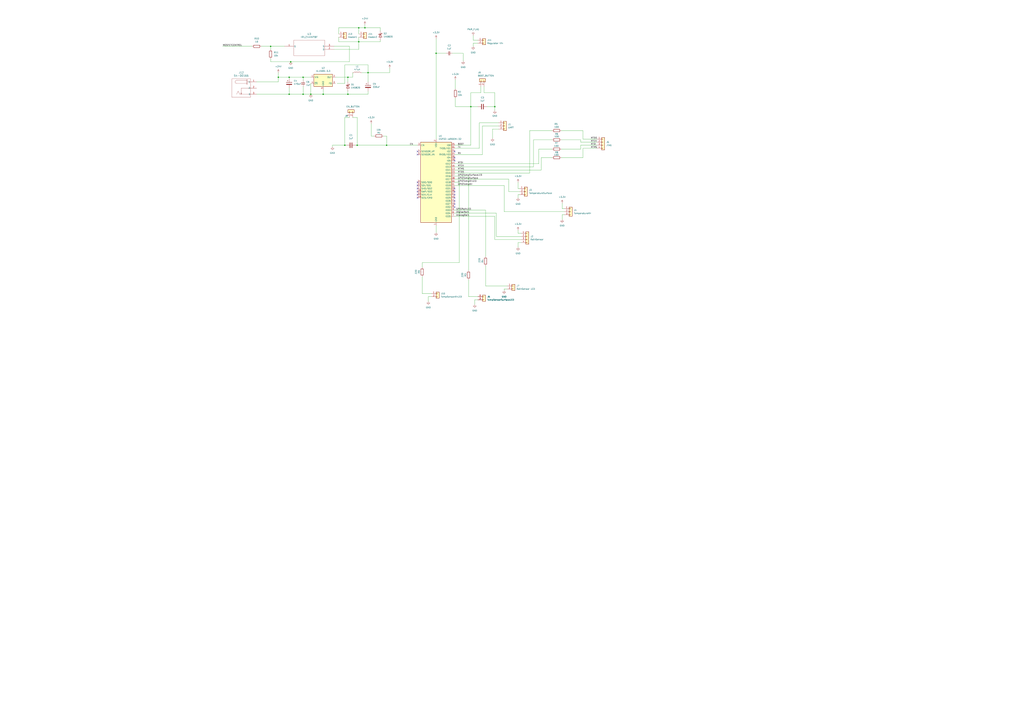
<source format=kicad_sch>
(kicad_sch (version 20231120) (generator "eeschema") (generator_version "8.0")
  (paper "A1")
  (lib_symbols
    (symbol "2025-02-28_21-13-51:54-00166" (pin_names (offset 0.254))
      (property "Reference" "J" (at -12.7 7.62 0))
      (property "Value" "54-00166" (at 0 0 0))
      (symbol "54-00166_1_1"
        (arc (start -16.51 1.27) (mid -17.7744 0) (end -16.51 -1.27) (stroke (width 0.127)))
        (polyline (pts (xy -20.32 -12.7) (xy -5.08 -12.7)) (stroke (width 0.127)))
        (polyline (pts (xy -20.32 2.54) (xy -20.32 -12.7)) (stroke (width 0.127)))
        (polyline (pts (xy -15.24 -7.62) (xy -16.51 -10.16)) (stroke (width 0.127)))
        (polyline (pts (xy -13.97 -10.16) (xy -15.24 -7.62)) (stroke (width 0.127)))
        (polyline (pts (xy -12.7 -10.16) (xy -13.335 -8.89)) (stroke (width 0.127)))
        (polyline (pts (xy -12.7 -10.16) (xy -12.065 -8.89)) (stroke (width 0.127)))
        (polyline (pts (xy -12.7 -5.08) (xy -12.7 -10.16)) (stroke (width 0.127)))
        (polyline (pts (xy -8.255 -1.905) (xy -7.62 -1.905)) (stroke (width 0.127)))
        (polyline (pts (xy -8.255 -1.27) (xy -16.51 -1.27)) (stroke (width 0.127)))
        (polyline (pts (xy -8.255 1.27) (xy -16.51 1.27)) (stroke (width 0.127)))
        (polyline (pts (xy -8.255 1.905) (xy -8.255 -1.905)) (stroke (width 0.127)))
        (polyline (pts (xy -8.255 1.905) (xy -7.62 1.905)) (stroke (width 0.127)))
        (polyline (pts (xy -7.62 -1.905) (xy -7.62 1.905)) (stroke (width 0.127)))
        (polyline (pts (xy -5.08 -12.7) (xy -5.08 2.54)) (stroke (width 0.127)))
        (polyline (pts (xy -5.08 -10.16) (xy -13.97 -10.16)) (stroke (width 0.127)))
        (polyline (pts (xy -5.08 -5.08) (xy -12.7 -5.08)) (stroke (width 0.127)))
        (polyline (pts (xy -5.08 0) (xy -7.62 0)) (stroke (width 0.127)))
        (polyline (pts (xy -5.08 2.54) (xy -20.32 2.54)) (stroke (width 0.127)))
        (pin unspecified line (at 0 0 180) (length 5.08) (name "1") (number "1"))
        (pin unspecified line (at 0 -5.08 180) (length 5.08) (name "2") (number "2"))
        (pin unspecified line (at 0 -10.16 180) (length 5.08) (name "3") (number "3"))
      )
      (symbol "54-00166_1_2"
        (polyline (pts (xy -12.7 -7.62) (xy -5.08 -7.62)) (stroke (width 0.127)))
        (polyline (pts (xy -12.7 2.54) (xy -12.7 -7.62)) (stroke (width 0.127)))
        (polyline (pts (xy -10.16 -5.08) (xy -8.89 -5.9267)) (stroke (width 0.127)))
        (polyline (pts (xy -10.16 -5.08) (xy -8.89 -4.2333)) (stroke (width 0.127)))
        (polyline (pts (xy -10.16 -5.08) (xy -5.08 -5.08)) (stroke (width 0.127)))
        (polyline (pts (xy -10.16 -2.54) (xy -8.89 -3.3867)) (stroke (width 0.127)))
        (polyline (pts (xy -10.16 -2.54) (xy -8.89 -1.6933)) (stroke (width 0.127)))
        (polyline (pts (xy -10.16 -2.54) (xy -5.08 -2.54)) (stroke (width 0.127)))
        (polyline (pts (xy -10.16 0) (xy -8.89 -0.8467)) (stroke (width 0.127)))
        (polyline (pts (xy -10.16 0) (xy -8.89 0.8467)) (stroke (width 0.127)))
        (polyline (pts (xy -10.16 0) (xy -5.08 0)) (stroke (width 0.127)))
        (polyline (pts (xy -5.08 -7.62) (xy -5.08 2.54)) (stroke (width 0.127)))
        (polyline (pts (xy -5.08 2.54) (xy -12.7 2.54)) (stroke (width 0.127)))
        (pin unspecified line (at 0 0 180) (length 5.08) (name "1") (number "1"))
        (pin unspecified line (at 0 -2.54 180) (length 5.08) (name "2") (number "2"))
        (pin unspecified line (at 0 -5.08 180) (length 5.08) (name "3") (number "3"))
      )
    )
    (symbol "2025-03-01_18-42-33:IRLZ44NPBF" (pin_names (offset 0.254))
      (property "Reference" "U" (at 20.32 10.16 0))
      (property "Value" "IRLZ44NPBF" (at 20.32 7.62 0))
      (symbol "IRLZ44NPBF_0_1"
        (polyline (pts (xy 7.62 -7.62) (xy 33.02 -7.62)) (stroke (width 0.127)))
        (polyline (pts (xy 7.62 5.08) (xy 7.62 -7.62)) (stroke (width 0.127)))
        (polyline (pts (xy 33.02 -7.62) (xy 33.02 5.08)) (stroke (width 0.127)))
        (polyline (pts (xy 33.02 5.08) (xy 7.62 5.08)) (stroke (width 0.127)))
        (pin unspecified line (at 0 0 0) (length 7.62) (name "G") (number "1"))
        (pin unspecified line (at 40.64 -2.54 180) (length 7.62) (name "D") (number "2"))
        (pin unspecified line (at 40.64 0 180) (length 7.62) (name "S") (number "3"))
      )
    )
    (symbol "Connector_Generic:Conn_01x02" (pin_names (offset 1.016) hide)
      (property "Reference" "J" (at 0 2.54 0))
      (property "Value" "Conn_01x02" (at 0 -5.08 0))
      (symbol "Conn_01x02_1_1"
        (rectangle (start -1.27 -2.413) (end 0 -2.667) (stroke (width 0.1524)))
        (rectangle (start -1.27 0.127) (end 0 -0.127) (stroke (width 0.1524)))
        (rectangle (start -1.27 1.27) (end 1.27 -3.81) (stroke (width 0.254)) (fill (type background)))
        (pin passive line (at -5.08 0 0) (length 3.81) (name "Pin_1") (number "1"))
        (pin passive line (at -5.08 -2.54 0) (length 3.81) (name "Pin_2") (number "2"))
      )
    )
    (symbol "Connector_Generic:Conn_01x03" (pin_names (offset 1.016) hide)
      (property "Reference" "J" (at 0 5.08 0))
      (property "Value" "Conn_01x03" (at 0 -5.08 0))
      (symbol "Conn_01x03_1_1"
        (rectangle (start -1.27 -2.413) (end 0 -2.667) (stroke (width 0.1524)))
        (rectangle (start -1.27 0.127) (end 0 -0.127) (stroke (width 0.1524)))
        (rectangle (start -1.27 2.667) (end 0 2.413) (stroke (width 0.1524)))
        (rectangle (start -1.27 3.81) (end 1.27 -3.81) (stroke (width 0.254)) (fill (type background)))
        (pin passive line (at -5.08 2.54 0) (length 3.81) (name "Pin_1") (number "1"))
        (pin passive line (at -5.08 0 0) (length 3.81) (name "Pin_2") (number "2"))
        (pin passive line (at -5.08 -2.54 0) (length 3.81) (name "Pin_3") (number "3"))
      )
    )
    (symbol "Connector_Generic:Conn_01x04" (pin_names (offset 1.016) hide)
      (property "Reference" "J" (at 0 5.08 0))
      (property "Value" "Conn_01x04" (at 0 -7.62 0))
      (symbol "Conn_01x04_1_1"
        (rectangle (start -1.27 -4.953) (end 0 -5.207) (stroke (width 0.1524)))
        (rectangle (start -1.27 -2.413) (end 0 -2.667) (stroke (width 0.1524)))
        (rectangle (start -1.27 0.127) (end 0 -0.127) (stroke (width 0.1524)))
        (rectangle (start -1.27 2.667) (end 0 2.413) (stroke (width 0.1524)))
        (rectangle (start -1.27 3.81) (end 1.27 -6.35) (stroke (width 0.254)) (fill (type background)))
        (pin passive line (at -5.08 2.54 0) (length 3.81) (name "Pin_1") (number "1"))
        (pin passive line (at -5.08 0 0) (length 3.81) (name "Pin_2") (number "2"))
        (pin passive line (at -5.08 -2.54 0) (length 3.81) (name "Pin_3") (number "3"))
        (pin passive line (at -5.08 -5.08 0) (length 3.81) (name "Pin_4") (number "4"))
      )
    )
    (symbol "Device:C" (pin_numbers hide) (pin_names (offset 0.254))
      (property "Reference" "C" (at 0.635 2.54 0))
      (property "Value" "C" (at 0.635 -2.54 0))
      (symbol "C_0_1"
        (polyline (pts (xy -2.032 -0.762) (xy 2.032 -0.762)) (stroke (width 0.508)))
        (polyline (pts (xy -2.032 0.762) (xy 2.032 0.762)) (stroke (width 0.508)))
      )
      (symbol "C_1_1"
        (pin passive line (at 0 3.81 270) (length 2.794) (name "~") (number "1"))
        (pin passive line (at 0 -3.81 90) (length 2.794) (name "~") (number "2"))
      )
    )
    (symbol "Device:C_Polarized" (pin_numbers hide) (pin_names (offset 0.254))
      (property "Reference" "C" (at 0.635 2.54 0))
      (property "Value" "C_Polarized" (at 0.635 -2.54 0))
      (symbol "C_Polarized_0_1"
        (rectangle (start -2.286 0.508) (end 2.286 1.016))
        (polyline (pts (xy -1.778 2.286) (xy -0.762 2.286)))
        (polyline (pts (xy -1.27 2.794) (xy -1.27 1.778)))
        (rectangle (start 2.286 -0.508) (end -2.286 -1.016) (fill (type outline)))
      )
      (symbol "C_Polarized_1_1"
        (pin passive line (at 0 3.81 270) (length 2.794) (name "~") (number "1"))
        (pin passive line (at 0 -3.81 90) (length 2.794) (name "~") (number "2"))
      )
    )
    (symbol "Device:C_Small" (pin_numbers hide) (pin_names (offset 0.254) hide)
      (property "Reference" "C" (at 0.254 1.778 0))
      (property "Value" "C_Small" (at 0.254 -2.032 0))
      (symbol "C_Small_0_1"
        (polyline (pts (xy -1.524 -0.508) (xy 1.524 -0.508)) (stroke (width 0.3302)))
        (polyline (pts (xy -1.524 0.508) (xy 1.524 0.508)) (stroke (width 0.3048)))
      )
      (symbol "C_Small_1_1"
        (pin passive line (at 0 2.54 270) (length 2.032) (name "~") (number "1"))
        (pin passive line (at 0 -2.54 90) (length 2.032) (name "~") (number "2"))
      )
    )
    (symbol "Device:L" (pin_numbers hide) (pin_names (offset 1.016) hide)
      (property "Reference" "L" (at -1.27 0 90))
      (property "Value" "L" (at 1.905 0 90))
      (symbol "L_0_1"
        (arc (start 0 -2.54) (mid 0.6323 -1.905) (end 0 -1.27))
        (arc (start 0 -1.27) (mid 0.6323 -0.635) (end 0 0))
        (arc (start 0 0) (mid 0.6323 0.635) (end 0 1.27))
        (arc (start 0 1.27) (mid 0.6323 1.905) (end 0 2.54))
      )
      (symbol "L_1_1"
        (pin passive line (at 0 3.81 270) (length 1.27) (name "1") (number "1"))
        (pin passive line (at 0 -3.81 90) (length 1.27) (name "2") (number "2"))
      )
    )
    (symbol "Device:R" (pin_numbers hide) (pin_names (offset 0))
      (property "Reference" "R" (at 2.032 0 90))
      (property "Value" "R" (at 0 0 90))
      (symbol "R_0_1"
        (rectangle (start -1.016 -2.54) (end 1.016 2.54) (stroke (width 0.254)))
      )
      (symbol "R_1_1"
        (pin passive line (at 0 3.81 270) (length 1.27) (name "~") (number "1"))
        (pin passive line (at 0 -3.81 90) (length 1.27) (name "~") (number "2"))
      )
    )
    (symbol "Diode:1N5820" (pin_numbers hide) (pin_names (offset 1.016) hide)
      (property "Reference" "D" (at 0 2.54 0))
      (property "Value" "1N5820" (at 0 -2.54 0))
      (symbol "1N5820_0_1"
        (polyline (pts (xy 1.27 0) (xy -1.27 0)))
        (polyline (pts (xy 1.27 1.27) (xy 1.27 -1.27) (xy -1.27 0) (xy 1.27 1.27)) (stroke (width 0.254)))
        (polyline (pts (xy -1.905 0.635) (xy -1.905 1.27) (xy -1.27 1.27) (xy -1.27 -1.27) (xy -0.635 -1.27) (xy -0.635 -0.635)) (stroke (width 0.254)))
      )
      (symbol "1N5820_1_1"
        (pin passive line (at -3.81 0 0) (length 2.54) (name "K") (number "1"))
        (pin passive line (at 3.81 0 180) (length 2.54) (name "A") (number "2"))
      )
    )
    (symbol "ESP32-WROOM-32_1"
      (property "Reference" "U" (at -12.7 34.29 0))
      (property "Value" "ESP32-WROOM-32" (at 1.27 34.29 0))
      (symbol "ESP32-WROOM-32_1_0_1"
        (rectangle (start -12.7 33.02) (end 12.7 -33.02) (stroke (width 0.254)) (fill (type background)))
      )
      (symbol "ESP32-WROOM-32_1_1_1"
        (pin power_in line (at 0 -35.56 90) (length 2.54) (name "GND") (number "1"))
        (pin bidirectional line (at 15.24 -12.7 180) (length 2.54) (name "IO25") (number "10"))
        (pin bidirectional line (at 15.24 -15.24 180) (length 2.54) (name "IO26") (number "11"))
        (pin bidirectional line (at 15.24 -17.78 180) (length 2.54) (name "IO27") (number "12"))
        (pin bidirectional line (at 15.24 10.16 180) (length 2.54) (name "IO14") (number "13"))
        (pin bidirectional line (at 15.24 15.24 180) (length 2.54) (name "IO12") (number "14"))
        (pin passive line (at 0 -35.56 90) (length 2.54) hide (name "GND") (number "15"))
        (pin bidirectional line (at 15.24 12.7 180) (length 2.54) (name "IO13") (number "16"))
        (pin bidirectional line (at -15.24 -5.08 0) (length 2.54) (name "SHD/SD2") (number "17"))
        (pin bidirectional line (at -15.24 -7.62 0) (length 2.54) (name "SWP/SD3") (number "18"))
        (pin bidirectional line (at -15.24 -12.7 0) (length 2.54) (name "SCS/CMD") (number "19"))
        (pin power_in line (at 0 35.56 270) (length 2.54) (name "VDD") (number "2"))
        (pin bidirectional line (at -15.24 -10.16 0) (length 2.54) (name "SCK/CLK") (number "20"))
        (pin bidirectional line (at -15.24 0 0) (length 2.54) (name "SDO/SD0") (number "21"))
        (pin bidirectional line (at -15.24 -2.54 0) (length 2.54) (name "SDI/SD1") (number "22"))
        (pin bidirectional line (at 15.24 7.62 180) (length 2.54) (name "IO15") (number "23"))
        (pin bidirectional line (at 15.24 25.4 180) (length 2.54) (name "IO2") (number "24"))
        (pin bidirectional line (at 15.24 30.48 180) (length 2.54) (name "IO0") (number "25"))
        (pin bidirectional line (at 15.24 20.32 180) (length 2.54) (name "IO4") (number "26"))
        (pin bidirectional line (at 15.24 5.08 180) (length 2.54) (name "IO16") (number "27"))
        (pin bidirectional line (at 15.24 2.54 180) (length 2.54) (name "IO17") (number "28"))
        (pin bidirectional line (at 15.24 17.78 180) (length 2.54) (name "IO5") (number "29"))
        (pin input line (at -15.24 30.48 0) (length 2.54) (name "EN") (number "3"))
        (pin bidirectional line (at 15.24 0 180) (length 2.54) (name "IO18") (number "30"))
        (pin bidirectional line (at 15.24 -2.54 180) (length 2.54) (name "IO19") (number "31"))
        (pin no_connect line (at -12.7 -27.94 0) (length 2.54) hide (name "NC") (number "32"))
        (pin bidirectional line (at 15.24 -5.08 180) (length 2.54) (name "IO21") (number "33"))
        (pin bidirectional line (at 15.24 22.86 180) (length 2.54) (name "RXD0/IO3") (number "34"))
        (pin bidirectional line (at 15.24 27.94 180) (length 2.54) (name "TXD0/IO1") (number "35"))
        (pin bidirectional line (at 15.24 -7.62 180) (length 2.54) (name "IO22") (number "36"))
        (pin bidirectional line (at 15.24 -10.16 180) (length 2.54) (name "IO23") (number "37"))
        (pin passive line (at 0 -35.56 90) (length 2.54) hide (name "GND") (number "38"))
        (pin passive line (at 0 -35.56 90) (length 2.54) hide (name "GND") (number "39"))
        (pin input line (at -15.24 25.4 0) (length 2.54) (name "SENSOR_VP") (number "4"))
        (pin input line (at -15.24 22.86 0) (length 2.54) (name "SENSOR_VN") (number "5"))
        (pin input line (at 15.24 -25.4 180) (length 2.54) (name "IO34") (number "6"))
        (pin input line (at 15.24 -27.94 180) (length 2.54) (name "IO35") (number "7"))
        (pin bidirectional line (at 15.24 -20.32 180) (length 2.54) (name "IO32") (number "8"))
        (pin bidirectional line (at 15.24 -22.86 180) (length 2.54) (name "IO33") (number "9"))
      )
    )
    (symbol "Regulator_Switching:XL1509-3.3"
      (property "Reference" "U" (at -7.112 6.096 0))
      (property "Value" "XL1509-3.3" (at 5.842 6.096 0))
      (symbol "XL1509-3.3_0_1"
        (rectangle (start -7.62 5.08) (end 7.62 -5.08) (stroke (width 0.254)) (fill (type background)))
      )
      (symbol "XL1509-3.3_1_1"
        (pin power_in line (at -10.16 2.54 0) (length 2.54) (name "VIN") (number "1"))
        (pin power_out line (at 10.16 2.54 180) (length 2.54) (name "OUT") (number "2"))
        (pin input line (at 10.16 -2.54 180) (length 2.54) (name "FB") (number "3"))
        (pin input line (at -10.16 -2.54 0) (length 2.54) (name "~{EN}") (number "4"))
        (pin power_in line (at 0 -7.62 90) (length 2.54) (name "GND") (number "5"))
        (pin passive line (at 0 -7.62 90) (length 2.54) hide (name "GND") (number "6"))
        (pin passive line (at 0 -7.62 90) (length 2.54) hide (name "GND") (number "7"))
        (pin passive line (at 0 -7.62 90) (length 2.54) hide (name "GND") (number "8"))
      )
    )
    (symbol "power:+3.3V" (power) (pin_names (offset 0))
      (property "Value" "+3.3V" (at 0 3.556 0))
      (symbol "+3.3V_0_1"
        (polyline (pts (xy -0.762 1.27) (xy 0 2.54)))
        (polyline (pts (xy 0 0) (xy 0 2.54)))
        (polyline (pts (xy 0 2.54) (xy 0.762 1.27)))
      )
      (symbol "+3.3V_1_1"
        (pin power_in line (at 0 0 90) (length 0) hide (name "+3.3V") (number "1"))
      )
    )
    (symbol "power:GND" (power) (pin_names (offset 0))
      (property "Value" "GND" (at 0 -3.81 0))
      (symbol "GND_0_1"
        (polyline (pts (xy 0 0) (xy 0 -1.27) (xy 1.27 -1.27) (xy 0 -2.54) (xy -1.27 -1.27) (xy 0 -1.27)))
      )
      (symbol "GND_1_1"
        (pin power_in line (at 0 0 270) (length 0) hide (name "GND") (number "1"))
      )
    )
    (symbol "power:PWR_FLAG" (power) (pin_numbers hide) (pin_names (offset 0) hide)
      (property "Value" "PWR_FLAG" (at 0 3.81 0))
      (symbol "PWR_FLAG_0_0"
        (pin power_out line (at 0 0 90) (length 0) (name "pwr") (number "1"))
      )
      (symbol "PWR_FLAG_0_1"
        (polyline (pts (xy 0 0) (xy 0 1.27) (xy -1.016 1.905) (xy 0 2.54) (xy 1.016 1.905) (xy 0 1.27)))
      )
    )
  )
  (junction (at 238.76 50.8))
  (junction (at 228.6 63.5))
  (junction (at 302.26 59.69))
  (junction (at 237.49 77.47))
  (junction (at 237.49 63.5))
  (junction (at 285.75 63.5))
  (junction (at 293.37 119.38))
  (junction (at 248.92 63.5))
  (junction (at 317.5 119.38))
  (junction (at 299.72 22.86))
  (junction (at 283.21 119.38))
  (junction (at 294.64 34.29))
  (junction (at 358.14 43.815))
  (junction (at 265.43 77.47))
  (junction (at 255.27 77.47))
  (junction (at 222.25 38.1))
  (junction (at 294.64 22.86))
  (junction (at 386.715 87.63))
  (junction (at 285.75 77.47))
  (junction (at 406.4 87.63))
  (junction (at 248.92 77.47))
  (no_connect (at 373.38 124.46))
  (no_connect (at 342.9 124.46))
  (no_connect (at 373.38 129.54))
  (no_connect (at 342.9 154.94))
  (no_connect (at 373.38 170.18))
  (no_connect (at 373.38 160.02))
  (no_connect (at 373.38 154.94))
  (no_connect (at 342.9 162.56))
  (no_connect (at 342.9 149.86))
  (no_connect (at 373.38 167.64))
  (no_connect (at 373.38 162.56))
  (no_connect (at 373.38 157.48))
  (no_connect (at 342.9 160.02))
  (no_connect (at 373.38 132.08))
  (no_connect (at 342.9 152.4))
  (no_connect (at 373.38 165.1))
  (no_connect (at 342.9 157.48))
  (no_connect (at 342.9 127))
  (wire (pts (xy 373.38 119.38) (xy 386.715 119.38)))
  (wire (pts (xy 396.24 103.505) (xy 396.24 127)))
  (wire (pts (xy 438.15 137.16) (xy 438.15 114.935)))
  (wire (pts (xy 398.78 172.72) (xy 398.78 210.82)))
  (wire (pts (xy 373.38 134.62) (xy 442.595 134.62)))
  (wire (pts (xy 312.42 25.4) (xy 312.42 22.86)))
  (wire (pts (xy 476.885 114.935) (xy 476.885 116.84)))
  (wire (pts (xy 461.01 129.54) (xy 478.79 129.54)))
  (wire (pts (xy 386.715 87.63) (xy 374.015 87.63)))
  (wire (pts (xy 373.38 127) (xy 396.24 127)))
  (wire (pts (xy 351.79 243.84) (xy 351.79 247.65)))
  (wire (pts (xy 317.5 111.76) (xy 314.96 111.76)))
  (wire (pts (xy 426.72 154.94) (xy 425.45 154.94)))
  (wire (pts (xy 237.49 72.39) (xy 237.49 77.47)))
  (wire (pts (xy 373.38 137.16) (xy 438.15 137.16)))
  (wire (pts (xy 392.43 35.56) (xy 388.62 35.56)))
  (wire (pts (xy 371.475 43.815) (xy 380.365 43.815)))
  (wire (pts (xy 228.6 59.69) (xy 228.6 63.5)))
  (wire (pts (xy 222.25 38.1) (xy 222.25 40.64)))
  (wire (pts (xy 285.75 77.47) (xy 265.43 77.47)))
  (wire (pts (xy 407.67 194.31) (xy 427.99 194.31)))
  (wire (pts (xy 283.21 119.38) (xy 284.48 119.38)))
  (wire (pts (xy 434.975 107.315) (xy 453.39 107.315)))
  (wire (pts (xy 346.71 227.33) (xy 346.71 241.3)))
  (wire (pts (xy 278.13 27.94) (xy 278.13 22.86)))
  (wire (pts (xy 373.38 177.8) (xy 406.4 177.8)))
  (wire (pts (xy 285.75 63.5) (xy 285.75 67.31)))
  (wire (pts (xy 461.645 176.53) (xy 461.645 180.34)))
  (wire (pts (xy 293.37 96.52) (xy 293.37 119.38)))
  (wire (pts (xy 392.43 246.38) (xy 389.89 246.38)))
  (wire (pts (xy 287.02 50.8) (xy 287.02 38.1)))
  (wire (pts (xy 358.14 185.42) (xy 358.14 191.135)))
  (wire (pts (xy 302.26 59.69) (xy 302.26 67.31)))
  (wire (pts (xy 386.715 87.63) (xy 392.43 87.63)))
  (wire (pts (xy 438.15 114.935) (xy 453.39 114.935)))
  (wire (pts (xy 283.21 68.58) (xy 283.21 53.34)))
  (wire (pts (xy 293.37 119.38) (xy 317.5 119.38)))
  (wire (pts (xy 312.42 33.02) (xy 312.42 34.29)))
  (wire (pts (xy 425.45 203.2) (xy 425.45 199.39)))
  (wire (pts (xy 283.21 96.52) (xy 283.21 119.38)))
  (wire (pts (xy 287.02 38.1) (xy 274.32 38.1)))
  (wire (pts (xy 302.26 77.47) (xy 285.75 77.47)))
  (wire (pts (xy 214.63 38.1) (xy 222.25 38.1)))
  (wire (pts (xy 312.42 34.29) (xy 294.64 34.29)))
  (wire (pts (xy 389.89 246.38) (xy 389.89 250.19)))
  (wire (pts (xy 320.04 59.69) (xy 302.26 59.69)))
  (wire (pts (xy 373.38 149.86) (xy 377.19 149.86)))
  (wire (pts (xy 442.595 122.555) (xy 453.39 122.555)))
  (wire (pts (xy 406.4 87.63) (xy 406.4 90.805)))
  (wire (pts (xy 373.38 172.72) (xy 398.78 172.72)))
  (wire (pts (xy 388.62 35.56) (xy 388.62 38.1)))
  (wire (pts (xy 478.79 114.3) (xy 490.22 114.3)))
  (wire (pts (xy 386.715 76.2) (xy 394.97 76.2)))
  (wire (pts (xy 396.24 103.505) (xy 409.575 103.505)))
  (wire (pts (xy 461.01 114.935) (xy 476.885 114.935)))
  (wire (pts (xy 317.5 119.38) (xy 317.5 111.76)))
  (wire (pts (xy 228.6 63.5) (xy 237.49 63.5)))
  (wire (pts (xy 417.83 147.32) (xy 417.83 157.48)))
  (wire (pts (xy 255.27 68.58) (xy 255.27 77.47)))
  (wire (pts (xy 222.25 50.8) (xy 238.76 50.8)))
  (wire (pts (xy 426.72 160.02) (xy 425.45 160.02)))
  (wire (pts (xy 425.45 199.39) (xy 427.99 199.39)))
  (wire (pts (xy 228.6 67.31) (xy 228.6 63.5)))
  (wire (pts (xy 476.885 122.555) (xy 476.885 119.38)))
  (wire (pts (xy 292.1 119.38) (xy 293.37 119.38)))
  (wire (pts (xy 377.19 149.86) (xy 377.19 215.9)))
  (wire (pts (xy 388.62 33.02) (xy 388.62 29.21)))
  (wire (pts (xy 427.99 191.77) (xy 425.45 191.77)))
  (wire (pts (xy 393.7 121.92) (xy 393.7 100.965)))
  (wire (pts (xy 275.59 63.5) (xy 285.75 63.5)))
  (wire (pts (xy 406.4 87.63) (xy 406.4 76.2)))
  (wire (pts (xy 237.49 77.47) (xy 248.92 77.47)))
  (wire (pts (xy 276.86 68.58) (xy 283.21 68.58)))
  (wire (pts (xy 293.37 96.52) (xy 289.56 96.52)))
  (wire (pts (xy 248.92 71.12) (xy 248.92 77.47)))
  (wire (pts (xy 237.49 64.77) (xy 237.49 63.5)))
  (wire (pts (xy 380.365 43.815) (xy 380.365 50.165)))
  (wire (pts (xy 342.9 119.38) (xy 317.5 119.38)))
  (wire (pts (xy 222.25 38.1) (xy 233.68 38.1)))
  (wire (pts (xy 294.64 22.86) (xy 294.64 27.94)))
  (wire (pts (xy 406.4 196.85) (xy 427.99 196.85)))
  (wire (pts (xy 398.78 234.95) (xy 416.56 234.95)))
  (wire (pts (xy 414.02 152.4) (xy 414.02 173.99)))
  (wire (pts (xy 476.885 116.84) (xy 490.22 116.84)))
  (wire (pts (xy 285.75 63.5) (xy 289.56 63.5)))
  (wire (pts (xy 302.26 74.93) (xy 302.26 77.47)))
  (wire (pts (xy 386.715 87.63) (xy 386.715 76.2)))
  (wire (pts (xy 248.92 63.5) (xy 255.27 63.5)))
  (wire (pts (xy 444.5 129.54) (xy 453.39 129.54)))
  (wire (pts (xy 304.8 111.76) (xy 304.8 101.6)))
  (wire (pts (xy 417.83 157.48) (xy 426.72 157.48)))
  (wire (pts (xy 406.4 177.8) (xy 406.4 196.85)))
  (wire (pts (xy 237.49 63.5) (xy 248.92 63.5)))
  (wire (pts (xy 463.55 171.45) (xy 461.645 171.45)))
  (wire (pts (xy 425.45 154.94) (xy 425.45 149.86)))
  (wire (pts (xy 358.14 43.815) (xy 366.395 43.815)))
  (wire (pts (xy 394.97 76.2) (xy 394.97 71.12)))
  (wire (pts (xy 373.38 142.24) (xy 434.975 142.24)))
  (wire (pts (xy 294.64 30.48) (xy 294.64 34.29)))
  (wire (pts (xy 307.34 111.76) (xy 304.8 111.76)))
  (wire (pts (xy 285.75 74.93) (xy 285.75 77.47)))
  (wire (pts (xy 294.64 34.29) (xy 294.64 40.64)))
  (wire (pts (xy 397.51 76.2) (xy 406.4 76.2)))
  (wire (pts (xy 478.79 121.92) (xy 490.22 121.92)))
  (wire (pts (xy 461.645 171.45) (xy 461.645 167.005)))
  (wire (pts (xy 278.13 22.86) (xy 294.64 22.86)))
  (wire (pts (xy 373.38 175.26) (xy 407.67 175.26)))
  (wire (pts (xy 386.715 119.38) (xy 386.715 87.63)))
  (wire (pts (xy 377.19 215.9) (xy 346.71 215.9)))
  (wire (pts (xy 373.38 152.4) (xy 414.02 152.4)))
  (wire (pts (xy 248.92 77.47) (xy 255.27 77.47)))
  (wire (pts (xy 238.76 50.8) (xy 287.02 50.8)))
  (wire (pts (xy 210.82 77.47) (xy 237.49 77.47)))
  (wire (pts (xy 478.79 129.54) (xy 478.79 121.92)))
  (wire (pts (xy 409.575 106.045) (xy 404.495 106.045)))
  (wire (pts (xy 283.21 119.38) (xy 273.05 119.38)))
  (wire (pts (xy 397.51 76.2) (xy 397.51 71.12)))
  (wire (pts (xy 283.21 96.52) (xy 287.02 96.52)))
  (wire (pts (xy 384.81 229.87) (xy 384.81 243.84)))
  (wire (pts (xy 416.56 237.49) (xy 414.02 237.49)))
  (wire (pts (xy 358.14 43.815) (xy 358.14 114.3)))
  (wire (pts (xy 294.64 22.86) (xy 299.72 22.86)))
  (wire (pts (xy 320.04 55.88) (xy 320.04 59.69)))
  (wire (pts (xy 265.43 73.66) (xy 265.43 77.47)))
  (wire (pts (xy 414.02 173.99) (xy 463.55 173.99)))
  (wire (pts (xy 373.38 139.7) (xy 444.5 139.7)))
  (wire (pts (xy 384.81 243.84) (xy 392.43 243.84)))
  (wire (pts (xy 400.05 87.63) (xy 406.4 87.63)))
  (wire (pts (xy 434.975 107.315) (xy 434.975 142.24)))
  (wire (pts (xy 358.14 31.75) (xy 358.14 43.815)))
  (wire (pts (xy 265.43 77.47) (xy 255.27 77.47)))
  (wire (pts (xy 274.32 40.64) (xy 294.64 40.64)))
  (wire (pts (xy 398.78 218.44) (xy 398.78 234.95)))
  (wire (pts (xy 461.01 122.555) (xy 476.885 122.555)))
  (wire (pts (xy 393.7 100.965) (xy 409.575 100.965)))
  (wire (pts (xy 278.13 30.48) (xy 278.13 34.29)))
  (wire (pts (xy 373.38 121.92) (xy 393.7 121.92)))
  (wire (pts (xy 444.5 139.7) (xy 444.5 129.54)))
  (wire (pts (xy 222.25 48.26) (xy 222.25 50.8)))
  (wire (pts (xy 278.13 34.29) (xy 294.64 34.29)))
  (wire (pts (xy 283.21 53.34) (xy 302.26 53.34)))
  (wire (pts (xy 182.88 38.1) (xy 207.01 38.1)))
  (wire (pts (xy 442.595 134.62) (xy 442.595 122.555)))
  (wire (pts (xy 407.67 175.26) (xy 407.67 194.31)))
  (wire (pts (xy 346.71 241.3) (xy 354.33 241.3)))
  (wire (pts (xy 478.79 107.315) (xy 478.79 114.3)))
  (wire (pts (xy 404.495 106.045) (xy 404.495 113.665)))
  (wire (pts (xy 373.38 144.78) (xy 384.81 144.78)))
  (wire (pts (xy 461.01 107.315) (xy 478.79 107.315)))
  (wire (pts (xy 374.015 65.405) (xy 374.015 73.025)))
  (wire (pts (xy 210.82 67.31) (xy 228.6 67.31)))
  (wire (pts (xy 392.43 33.02) (xy 388.62 33.02)))
  (wire (pts (xy 302.26 53.34) (xy 302.26 59.69)))
  (wire (pts (xy 273.05 119.38) (xy 273.05 120.65)))
  (wire (pts (xy 463.55 176.53) (xy 461.645 176.53)))
  (wire (pts (xy 289.56 63.5) (xy 289.56 59.69)))
  (wire (pts (xy 425.45 191.77) (xy 425.45 189.23)))
  (wire (pts (xy 354.33 243.84) (xy 351.79 243.84)))
  (wire (pts (xy 384.81 144.78) (xy 384.81 222.25)))
  (wire (pts (xy 414.02 237.49) (xy 414.02 238.76)))
  (wire (pts (xy 299.72 22.86) (xy 299.72 20.32)))
  (wire (pts (xy 248.92 66.04) (xy 248.92 63.5)))
  (wire (pts (xy 302.26 59.69) (xy 297.18 59.69)))
  (wire (pts (xy 425.45 160.02) (xy 425.45 162.56)))
  (wire (pts (xy 346.71 215.9) (xy 346.71 219.71)))
  (wire (pts (xy 374.015 87.63) (xy 374.015 80.645)))
  (wire (pts (xy 312.42 22.86) (xy 299.72 22.86)))
  (wire (pts (xy 476.885 119.38) (xy 490.22 119.38)))
  (wire (pts (xy 373.38 147.32) (xy 417.83 147.32)))
  (label "MTCK" (at 485.14 116.84 0))
  (label "BOOT" (at 375.92 119.38 0))
  (label "GPIOTempSurfaceLED" (at 375.92 144.78 0))
  (label "EN" (at 336.55 119.38 0))
  (label "MTDI" (at 485.14 119.38 0))
  (label "MOSFETCONTROL" (at 182.88 38.1 0))
  (label "MTMS" (at 485.14 121.92 0))
  (label "GPIORainLED" (at 374.65 172.72 0))
  (label "AnalogRain" (at 374.65 177.8 0))
  (label "GPIOTempAirLED" (at 375.92 149.86 0))
  (label "MTDO" (at 375.92 142.24 0))
  (label "DigitalRain" (at 374.65 175.26 0))
  (label "MTMS" (at 375.92 139.7 0))
  (label "RX" (at 375.92 127 0))
  (label "GPIOTempSurface" (at 375.92 147.32 0))
  (label "MTDO" (at 485.14 114.3 0))
  (label "GPIOTempAir" (at 375.92 152.4 0))
  (label "MTCK" (at 375.92 137.16 0))
  (label "MTDI" (at 375.92 134.62 0))
  (label "TX" (at 375.92 121.92 0))
  (symbol (lib_id "power:+3.3V") (at 228.6 59.69 0) (unit 1)
    (property "Reference" "#PWR020" (effects (hide yes)))
    (property "Value" "+24V" (at 228.6 54.61 0))
  )
  (symbol (lib_id "power:GND") (at 238.76 50.8 0) (unit 1)
    (property "Reference" "#PWR021" (effects (hide yes)))
    (property "Value" "GND" (at 238.76 55.88 0))
  )
  (symbol (lib_id "Device:R") (at 346.71 223.52 0) (unit 1)
    (property "Reference" "R9" (at 344.17 224.79 90) (effects (justify left)))
    (property "Value" "220" (at 341.63 225.425 90) (effects (justify left)))
    (property "Footprint" "Resistor_SMD:R_0805_2012Metric_Pad1.20x1.40mm_HandSolder" (effects (hide yes)))
  )
  (symbol (lib_id "Connector_Generic:Conn_01x02") (at 299.72 27.94 0) (unit 1)
    (property "Reference" "J14" (at 302.26 27.9399 0) (effects (justify left)))
    (property "Value" "Heater2" (at 302.26 30.4799 0) (effects (justify left)))
    (property "Footprint" "Connector_Molex:Molex_KK-254_AE-6410-02A_1x02_P2.54mm_Vertical" (effects (hide yes)))
  )
  (symbol (lib_id "power:+3.3V") (at 358.14 31.75 0) (unit 1)
    (property "Reference" "#PWR02" (effects (hide yes)))
    (property "Value" "+3.3V" (at 358.14 26.67 0))
  )
  (symbol (lib_id "Device:C") (at 288.29 119.38 90) (unit 1)
    (property "Reference" "C1" (at 288.29 111.125 90))
    (property "Value" "1uF" (at 288.29 113.665 90))
    (property "Footprint" "Capacitor_SMD:C_0805_2012Metric_Pad1.18x1.45mm_HandSolder" (effects (hide yes)))
  )
  (symbol (lib_id "Connector_Generic:Conn_01x02") (at 394.97 66.04 90) (unit 1)
    (property "Reference" "J9" (at 392.43 59.69 90) (effects (justify right)))
    (property "Value" "BOOT_BUTTON" (at 392.43 62.23 90) (effects (justify right)))
    (property "Footprint" "Connector_Molex:Molex_KK-254_AE-6410-02A_1x02_P2.54mm_Vertical" (effects (hide yes)))
  )
  (symbol (lib_id "power:+3.3V") (at 304.8 101.6 0) (unit 1)
    (property "Reference" "#PWR08" (effects (hide yes)))
    (property "Value" "+3.3V" (at 304.8 96.52 0))
  )
  (symbol (lib_id "power:GND") (at 358.14 191.135 0) (unit 1)
    (property "Reference" "#PWR01" (effects (hide yes)))
    (property "Value" "GND" (at 358.14 196.215 0))
  )
  (symbol (lib_id "Connector_Generic:Conn_01x02") (at 359.41 241.3 0) (unit 1)
    (property "Reference" "J10" (at 361.95 241.3 0) (effects (justify left)))
    (property "Value" "TempSensorAirLED" (at 361.95 243.84 0) (effects (justify left)))
    (property "Footprint" "Connector_Molex:Molex_KK-254_AE-6410-02A_1x02_P2.54mm_Vertical" (effects (hide yes)))
  )
  (symbol (lib_id "power:GND") (at 425.45 203.2 0) (unit 1)
    (property "Reference" "#PWR07" (effects (hide yes)))
    (property "Value" "GND" (at 425.45 208.28 0))
  )
  (symbol (lib_id "Device:R") (at 210.82 38.1 90) (unit 1)
    (property "Reference" "R10" (at 210.82 31.75 90))
    (property "Value" "10" (at 210.82 34.29 90))
    (property "Description" "Resistor" (effects (hide yes)))
  )
  (symbol (lib_id "Diode:1N5820") (at 312.42 29.21 270) (unit 1)
    (property "Reference" "D2" (at 314.96 27.6224 90) (effects (justify left)))
    (property "Value" "1N5820" (at 314.96 30.1624 90) (effects (justify left)))
    (property "Footprint" "Diode_THT:D_DO-201AD_P3.81mm_Vertical_KathodeUp" (effects (hide yes)))
    (property "Datasheet" "http://www.vishay.com/docs/88526/1n5820.pdf" (effects (hide yes)))
    (property "Description" "20V 3A Schottky Barrier Rectifier Diode, DO-201AD" (effects (hide yes)))
  )
  (symbol (lib_id "Connector_Generic:Conn_01x02") (at 421.64 234.95 0) (unit 1)
    (property "Reference" "J7" (at 424.18 234.95 0) (effects (justify left)))
    (property "Value" "RainSensor LED" (at 424.18 237.49 0) (effects (justify left)))
    (property "Footprint" "Connector_Molex:Molex_KK-254_AE-6410-02A_1x02_P2.54mm_Vertical" (effects (hide yes)))
  )
  (symbol (lib_id "Device:R") (at 457.2 129.54 90) (unit 1)
    (property "Reference" "R8" (at 457.2 125.222 90))
    (property "Value" "100" (at 456.946 127.254 90))
    (property "Footprint" "Resistor_SMD:R_0805_2012Metric_Pad1.20x1.40mm_HandSolder" (effects (hide yes)))
  )
  (symbol (lib_id "Diode:1N5820") (at 285.75 71.12 270) (unit 1)
    (property "Reference" "D1" (at 288.29 69.5324 90) (effects (justify left)))
    (property "Value" "1N5820" (at 288.29 72.0724 90) (effects (justify left)))
    (property "Footprint" "Diode_THT:D_DO-201AD_P3.81mm_Vertical_KathodeUp" (effects (hide yes)))
    (property "Datasheet" "http://www.vishay.com/docs/88526/1n5820.pdf" (effects (hide yes)))
    (property "Description" "20V 3A Schottky Barrier Rectifier Diode, DO-201AD" (effects (hide yes)))
  )
  (symbol (lib_id "Device:R") (at 374.015 76.835 180) (unit 1)
    (property "Reference" "R2" (at 375.92 75.565 0) (effects (justify right)))
    (property "Value" "10k" (at 375.92 78.105 0) (effects (justify right)))
    (property "Footprint" "Resistor_SMD:R_0805_2012Metric_Pad1.20x1.40mm_HandSolder" (effects (hide yes)))
  )
  (symbol (lib_id "Connector_Generic:Conn_01x02") (at 287.02 91.44 90) (unit 1)
    (property "Reference" "J8" (at 283.21 95.25 90) (effects (justify right)))
    (property "Value" "EN_BUTTON" (at 284.48 87.63 90) (effects (justify right)))
    (property "Footprint" "Connector_Molex:Molex_KK-254_AE-6410-02A_1x02_P2.54mm_Vertical" (effects (hide yes)))
  )
  (symbol (lib_id "power:GND") (at 404.495 113.665 0) (unit 1)
    (property "Reference" "#PWR010" (effects (hide yes)))
    (property "Value" "GND" (at 404.495 118.745 0))
  )
  (symbol (lib_name "ESP32-WROOM-32_1") (lib_id "RF_Module:ESP32-WROOM-32") (at 358.14 149.86 0) (unit 1)
    (property "Reference" "U1" (at 360.3341 111.76 0) (effects (justify left)))
    (property "Value" "ESP32-WROOM-32" (at 360.3341 114.3 0) (effects (justify left)))
    (property "Footprint" "RF_Module:ESP32-WROOM-32" (effects (hide yes)))
    (property "Datasheet" "https://www.espressif.com/sites/default/files/documentation/esp32-wroom-32_datasheet_en.pdf" (effects (hide yes)))
  )
  (symbol (lib_id "Device:R") (at 384.81 226.06 0) (unit 1)
    (property "Reference" "R3" (at 382.27 227.33 90) (effects (justify left)))
    (property "Value" "220" (at 379.73 227.965 90) (effects (justify left)))
    (property "Footprint" "Resistor_SMD:R_0805_2012Metric_Pad1.20x1.40mm_HandSolder" (effects (hide yes)))
  )
  (symbol (lib_id "Device:C_Polarized") (at 302.26 71.12 0) (unit 1)
    (property "Reference" "C5" (at 306.07 68.9609 0) (effects (justify left)))
    (property "Value" "330uf" (at 306.07 71.5009 0) (effects (justify left)))
    (property "Description" "Polarized capacitor" (effects (hide yes)))
  )
  (symbol (lib_id "Connector_Generic:Conn_01x03") (at 414.655 103.505 0) (unit 1)
    (property "Reference" "J1" (at 417.195 102.235 0) (effects (justify left)))
    (property "Value" "UART" (at 417.195 104.775 0) (effects (justify left)))
    (property "Footprint" "Connector_Molex:Molex_KK-254_AE-6410-03A_1x03_P2.54mm_Vertical" (effects (hide yes)))
  )
  (symbol (lib_id "Device:C_Small") (at 368.935 43.815 90) (unit 1)
    (property "Reference" "C2" (at 368.9413 37.465 90))
    (property "Value" "1uF" (at 368.9413 40.005 90))
    (property "Footprint" "Capacitor_SMD:C_0805_2012Metric_Pad1.18x1.45mm_HandSolder" (effects (hide yes)))
  )
  (symbol (lib_id "Device:R") (at 457.2 114.935 90) (unit 1)
    (property "Reference" "R6" (at 457.2 110.109 90))
    (property "Value" "100" (at 457.2 112.268 90))
    (property "Footprint" "Resistor_SMD:R_0805_2012Metric_Pad1.20x1.40mm_HandSolder" (effects (hide yes)))
  )
  (symbol (lib_id "power:+3.3V") (at 425.45 189.23 0) (unit 1)
    (property "Reference" "#PWR05" (effects (hide yes)))
    (property "Value" "+3.3V" (at 425.45 184.15 0))
  )
  (symbol (lib_id "2025-02-28_21-13-51:54-00166") (at 210.82 67.31 0) (unit 1)
    (property "Reference" "J12" (at 198.12 59.69 0) (effects (font (size 1.524 1.524))))
    (property "Value" "54-00166" (at 198.12 62.23 0) (effects (font (size 1.524 1.524))))
    (property "Footprint" "CONN3_54-00166_TEN" (effects (hide yes)))
    (property "Datasheet" "54-00166" (effects (hide yes)))
  )
  (symbol (lib_id "Connector_Generic:Conn_01x02") (at 283.21 27.94 0) (unit 1)
    (property "Reference" "J13" (at 285.75 27.9399 0) (effects (justify left)))
    (property "Value" "Heater1" (at 285.75 30.4799 0) (effects (justify left)))
    (property "Footprint" "Connector_Molex:Molex_KK-254_AE-6410-02A_1x02_P2.54mm_Vertical" (effects (hide yes)))
  )
  (symbol (lib_id "power:GND") (at 351.79 247.65 0) (unit 1)
    (property "Reference" "#PWR017" (effects (hide yes)))
    (property "Value" "GND" (at 351.79 252.73 0))
  )
  (symbol (lib_id "power:GND") (at 388.62 38.1 0) (unit 1)
    (property "Reference" "#PWR018" (effects (hide yes)))
    (property "Value" "GND" (at 388.62 43.18 0))
  )
  (symbol (lib_id "Device:R") (at 311.15 111.76 270) (unit 1)
    (property "Reference" "R1" (at 309.88 109.22 90) (effects (justify left)))
    (property "Value" "10k" (at 309.245 106.68 90) (effects (justify left)))
    (property "Footprint" "Resistor_SMD:R_0805_2012Metric_Pad1.20x1.40mm_HandSolder" (effects (hide yes)))
  )
  (symbol (lib_id "Connector_Generic:Conn_01x02") (at 397.51 243.84 0) (unit 1)
    (property "Reference" "J6" (at 400.05 243.84 0) (effects (justify left)))
    (property "Value" "TempSensorSurfaceLED" (at 400.05 246.38 0) (effects (justify left)))
    (property "Footprint" "Connector_Molex:Molex_KK-254_AE-6410-02A_1x02_P2.54mm_Vertical" (effects (hide yes)))
  )
  (symbol (lib_id "Device:C_Small") (at 248.92 68.58 0) (unit 1)
    (property "Reference" "C6" (at 251.46 67.3162 0) (effects (justify left)))
    (property "Value" "1uf" (at 251.46 69.8562 0) (effects (justify left)))
    (property "Description" "Unpolarized capacitor, small symbol" (effects (hide yes)))
  )
  (symbol (lib_id "power:+3.3V") (at 374.015 65.405 0) (unit 1)
    (property "Reference" "#PWR012" (effects (hide yes)))
    (property "Value" "+3.3V" (at 374.015 60.96 0))
  )
  (symbol (lib_id "2025-03-01_18-42-33:IRLZ44NPBF") (at 233.68 38.1 0) (unit 1)
    (property "Reference" "U3" (at 254 27.94 0) (effects (font (size 1.524 1.524))))
    (property "Value" "IRLZ44NPBF" (at 254 30.48 0) (effects (font (size 1.524 1.524))))
    (property "Footprint" "PG-TO220-3_INF" (effects (hide yes)))
    (property "Datasheet" "IRLZ44NPBF" (effects (hide yes)))
  )
  (symbol (lib_id "Connector_Generic:Conn_01x04") (at 495.3 116.84 0) (unit 1)
    (property "Reference" "J5" (at 497.84 116.84 0) (effects (justify left)))
    (property "Value" "JTAG" (at 497.84 119.38 0) (effects (justify left)))
    (property "Footprint" "Connector_Molex:Molex_KK-254_AE-6410-04A_1x04_P2.54mm_Vertical" (effects (hide yes)))
  )
  (symbol (lib_id "power:GND") (at 414.02 238.76 0) (unit 1)
    (property "Reference" "#PWR016" (effects (hide yes)))
    (property "Value" "GND" (at 414.02 243.84 0))
  )
  (symbol (lib_id "Device:R") (at 222.25 44.45 0) (unit 1)
    (property "Reference" "R11" (at 224.79 43.1799 0) (effects (justify left)))
    (property "Value" "10k" (at 224.79 45.7199 0) (effects (justify left)))
    (property "Description" "Resistor" (effects (hide yes)))
  )
  (symbol (lib_id "Device:R") (at 398.78 214.63 0) (unit 1)
    (property "Reference" "R4" (at 396.24 215.9 90) (effects (justify left)))
    (property "Value" "220" (at 393.7 215.9 90) (effects (justify left)))
    (property "Footprint" "Resistor_SMD:R_0805_2012Metric_Pad1.20x1.40mm_HandSolder" (effects (hide yes)))
  )
  (symbol (lib_id "power:PWR_FLAG") (at 388.62 29.21 0) (unit 1)
    (property "Reference" "#FLG01" (effects (hide yes)))
    (property "Value" "PWR_FLAG" (at 388.62 24.13 0))
  )
  (symbol (lib_id "power:GND") (at 425.45 162.56 0) (unit 1)
    (property "Reference" "#PWR06" (effects (hide yes)))
    (property "Value" "GND" (at 425.45 167.64 0))
  )
  (symbol (lib_id "Connector_Generic:Conn_01x04") (at 433.07 194.31 0) (unit 1)
    (property "Reference" "J2" (at 435.61 194.31 0) (effects (justify left)))
    (property "Value" "RainSensor" (at 435.61 196.85 0) (effects (justify left)))
    (property "Footprint" "Connector_Molex:Molex_KK-254_AE-6410-04A_1x04_P2.54mm_Vertical" (effects (hide yes)))
  )
  (symbol (lib_id "Device:R") (at 457.2 122.555 90) (unit 1)
    (property "Reference" "R7" (at 457.2 117.475 90))
    (property "Value" "100" (at 456.946 120.015 90))
    (property "Footprint" "Resistor_SMD:R_0805_2012Metric_Pad1.20x1.40mm_HandSolder" (effects (hide yes)))
  )
  (symbol (lib_id "Device:R") (at 457.2 107.315 90) (unit 1)
    (property "Reference" "R5" (at 456.692 101.981 90))
    (property "Value" "100" (at 457.073 104.394 90))
    (property "Footprint" "Resistor_SMD:R_0805_2012Metric_Pad1.20x1.40mm_HandSolder" (effects (hide yes)))
  )
  (symbol (lib_id "power:+3.3V") (at 320.04 55.88 0) (unit 1)
    (property "Reference" "#PWR023" (effects (hide yes)))
    (property "Value" "+3.3V" (at 320.04 50.8 0))
  )
  (symbol (lib_id "power:+3.3V") (at 461.645 167.005 0) (unit 1)
    (property "Reference" "#PWR013" (effects (hide yes)))
    (property "Value" "+3.3V" (at 461.645 161.925 0))
  )
  (symbol (lib_id "Device:L") (at 293.37 59.69 90) (unit 1)
    (property "Reference" "L1" (at 293.37 54.61 90))
    (property "Value" "47uh" (at 293.37 57.15 90))
    (property "Description" "Inductor" (effects (hide yes)))
  )
  (symbol (lib_id "power:GND") (at 255.27 77.47 0) (unit 1)
    (property "Reference" "#PWR019" (effects (hide yes)))
    (property "Value" "GND" (at 255.27 82.55 0))
  )
  (symbol (lib_id "Device:C_Polarized") (at 237.49 68.58 0) (unit 1)
    (property "Reference" "C4" (at 241.3 66.4209 0) (effects (justify left)))
    (property "Value" "470uf" (at 241.3 68.9609 0) (effects (justify left)))
    (property "Description" "Polarized capacitor" (effects (hide yes)))
  )
  (symbol (lib_id "power:GND") (at 406.4 90.805 0) (unit 1)
    (property "Reference" "#PWR015" (effects (hide yes)))
    (property "Value" "GND" (at 406.4 95.25 0))
  )
  (symbol (lib_id "Device:C") (at 396.24 87.63 90) (unit 1)
    (property "Reference" "C3" (at 396.24 80.264 90))
    (property "Value" "1uF" (at 396.24 82.804 90))
    (property "Footprint" "Capacitor_SMD:C_0805_2012Metric_Pad1.18x1.45mm_HandSolder" (effects (hide yes)))
  )
  (symbol (lib_id "Regulator_Switching:XL1509-3.3") (at 265.43 66.04 0) (unit 1)
    (property "Reference" "U2" (at 265.43 55.88 0))
    (property "Value" "XL1509-3.3" (at 265.43 58.42 0))
    (property "Footprint" "Package_SO:SOIC-8_3.9x4.9mm_P1.27mm" (effects (hide yes)))
    (property "Datasheet" "https://datasheet.lcsc.com/lcsc/1809050422_XLSEMI-XL1509-5-0E1_C61063.pdf" (effects (hide yes)))
    (property "Description" "Buck DC/DC Converter, 2A, 3.3V Output Voltage, 4.5-40V Input Voltage" (effects (hide yes)))
  )
  (symbol (lib_id "power:GND") (at 389.89 250.19 0) (unit 1)
    (property "Reference" "#PWR011" (effects (hide yes)))
    (property "Value" "GND" (at 389.89 255.27 0))
  )
  (symbol (lib_id "power:GND") (at 461.645 180.34 0) (unit 1)
    (property "Reference" "#PWR014" (effects (hide yes)))
    (property "Value" "GND" (at 461.645 185.42 0))
  )
  (symbol (lib_id "power:+3.3V") (at 299.72 20.32 0) (unit 1)
    (property "Reference" "#PWR022" (effects (hide yes)))
    (property "Value" "+24V" (at 299.72 15.24 0))
  )
  (symbol (lib_id "power:+3.3V") (at 425.45 149.86 0) (unit 1)
    (property "Reference" "#PWR04" (effects (hide yes)))
    (property "Value" "+3.3V" (at 425.45 144.78 0))
  )
  (symbol (lib_id "power:GND") (at 380.365 50.165 0) (unit 1)
    (property "Reference" "#PWR03" (effects (hide yes)))
    (property "Value" "GND" (at 380.365 55.245 0))
  )
  (symbol (lib_id "power:GND") (at 273.05 120.65 0) (unit 1)
    (property "Reference" "#PWR09" (effects (hide yes)))
    (property "Value" "GND" (at 273.05 125.73 0))
  )
  (symbol (lib_id "Connector_Generic:Conn_01x03") (at 431.8 157.48 0) (unit 1)
    (property "Reference" "J3" (at 434.34 156.21 0) (effects (justify left)))
    (property "Value" "TemperatureSurface" (at 434.34 158.75 0) (effects (justify left)))
    (property "Footprint" "Connector_Molex:Molex_KK-254_AE-6410-03A_1x03_P2.54mm_Vertical" (effects (hide yes)))
  )
  (symbol (lib_id "Connector_Generic:Conn_01x03") (at 468.63 173.99 0) (unit 1)
    (property "Reference" "J4" (at 471.17 172.72 0) (effects (justify left)))
    (property "Value" "TemperatureAir" (at 471.17 175.26 0) (effects (justify left)))
    (property "Footprint" "Connector_Molex:Molex_KK-254_AE-6410-03A_1x03_P2.54mm_Vertical" (effects (hide yes)))
  )
  (symbol (lib_id "Connector_Generic:Conn_01x02") (at 397.51 33.02 0) (unit 1)
    (property "Reference" "J11" (at 400.05 33.02 0) (effects (justify left)))
    (property "Value" "Regulator Vin" (at 400.05 35.56 0) (effects (justify left)))
    (property "Footprint" "Connector_Molex:Molex_KK-254_AE-6410-02A_1x02_P2.54mm_Vertical" (effects (hide yes)))
  )
)
</source>
